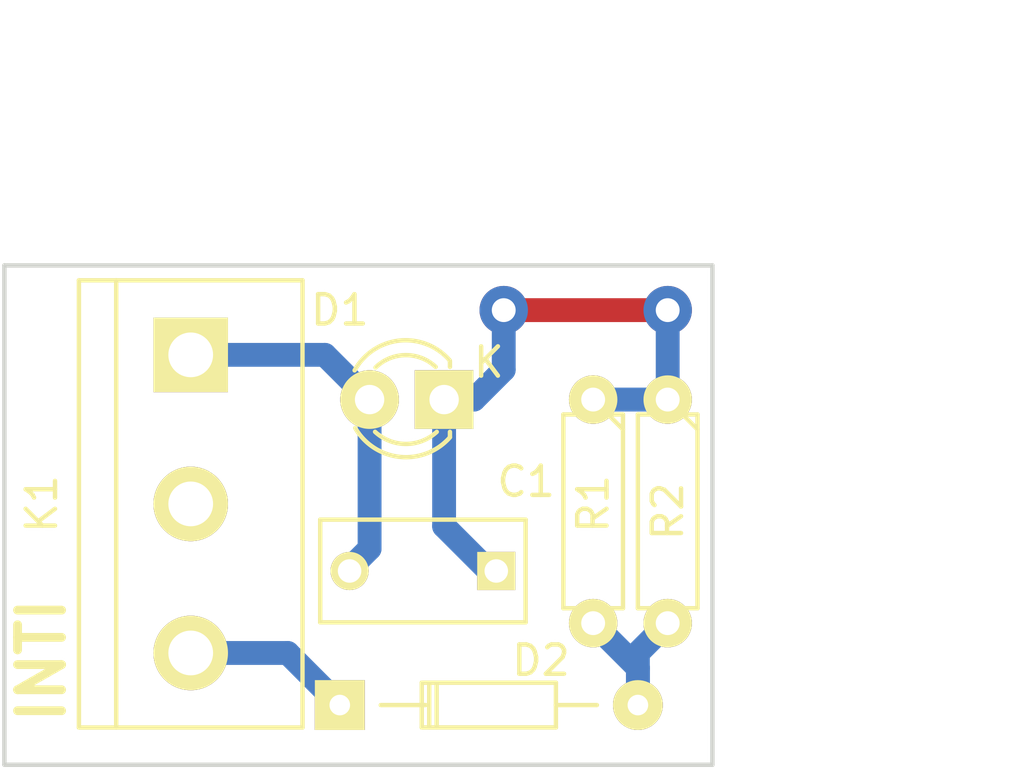
<source format=kicad_pcb>
(kicad_pcb (version 4) (host pcbnew 0.201511251016+6329~38~ubuntu14.04.1-stable)

  (general
    (links 8)
    (no_connects 0)
    (area 166.548999 89.332999 190.829001 106.501001)
    (thickness 1.6)
    (drawings 7)
    (tracks 25)
    (zones 0)
    (modules 6)
    (nets 6)
  )

  (page A4)
  (title_block
    (title "Ejercicio 1- Curso Kicad")
    (date 2015-11-30)
    (rev 1.0)
    (company "IUA-Santiago Nolasco")
  )

  (layers
    (0 F.Cu signal)
    (31 B.Cu signal)
    (32 B.Adhes user)
    (33 F.Adhes user)
    (34 B.Paste user)
    (35 F.Paste user)
    (36 B.SilkS user)
    (37 F.SilkS user)
    (38 B.Mask user)
    (39 F.Mask user)
    (40 Dwgs.User user)
    (41 Cmts.User user)
    (42 Eco1.User user)
    (43 Eco2.User user hide)
    (44 Edge.Cuts user)
    (45 Margin user)
    (46 B.CrtYd user)
    (47 F.CrtYd user)
    (48 B.Fab user)
    (49 F.Fab user)
  )

  (setup
    (last_trace_width 0.8128)
    (user_trace_width 0.8128)
    (trace_clearance 0.8128)
    (zone_clearance 0.508)
    (zone_45_only no)
    (trace_min 0.2)
    (segment_width 0.2)
    (edge_width 0.15)
    (via_size 0.6)
    (via_drill 0.4)
    (via_min_size 0.4)
    (via_min_drill 0.3)
    (user_via 1.651 0.8128)
    (uvia_size 0.3)
    (uvia_drill 0.1)
    (uvias_allowed no)
    (uvia_min_size 0)
    (uvia_min_drill 0)
    (pcb_text_width 0.3)
    (pcb_text_size 1.5 1.5)
    (mod_edge_width 0.15)
    (mod_text_size 1 1)
    (mod_text_width 0.15)
    (pad_size 1.524 1.524)
    (pad_drill 0.762)
    (pad_to_mask_clearance 0.2)
    (aux_axis_origin 0 0)
    (visible_elements FFFEFF7F)
    (pcbplotparams
      (layerselection 0x01130_80000001)
      (usegerberextensions false)
      (excludeedgelayer false)
      (linewidth 0.100000)
      (plotframeref false)
      (viasonmask false)
      (mode 1)
      (useauxorigin false)
      (hpglpennumber 1)
      (hpglpenspeed 20)
      (hpglpendiameter 15)
      (hpglpenoverlay 2)
      (psnegative false)
      (psa4output false)
      (plotreference true)
      (plotvalue false)
      (plotinvisibletext false)
      (padsonsilk false)
      (subtractmaskfromsilk false)
      (outputformat 1)
      (mirror false)
      (drillshape 0)
      (scaleselection 1)
      (outputdirectory GerberSN/))
  )

  (net 0 "")
  (net 1 "Net-(C1-Pad1)")
  (net 2 "Net-(C1-Pad2)")
  (net 3 "Net-(D2-Pad2)")
  (net 4 "Net-(D2-Pad1)")
  (net 5 "Net-(K1-Pad2)")

  (net_class Default "This is the default net class."
    (clearance 0.8128)
    (trace_width 0.25)
    (via_dia 0.6)
    (via_drill 0.4)
    (uvia_dia 0.3)
    (uvia_drill 0.1)
    (add_net "Net-(C1-Pad1)")
    (add_net "Net-(C1-Pad2)")
    (add_net "Net-(D2-Pad1)")
    (add_net "Net-(D2-Pad2)")
    (add_net "Net-(K1-Pad2)")
  )

  (module ej1:bornier3 (layer F.Cu) (tedit 565CA872) (tstamp 565C69EC)
    (at 172.974 97.536 270)
    (descr "Bornier d'alimentation 3 pins")
    (tags DEV)
    (path /565C5D79)
    (fp_text reference K1 (at 0 5.08 270) (layer F.SilkS)
      (effects (font (size 1 1) (thickness 0.15)))
    )
    (fp_text value CONN_3 (at 0.254 0 270) (layer F.Fab)
      (effects (font (size 1 1) (thickness 0.15)))
    )
    (fp_line (start -7.62 3.81) (end -7.62 -3.81) (layer F.SilkS) (width 0.15))
    (fp_line (start 7.62 3.81) (end 7.62 -3.81) (layer F.SilkS) (width 0.15))
    (fp_line (start -7.62 2.54) (end 7.62 2.54) (layer F.SilkS) (width 0.15))
    (fp_line (start -7.62 -3.81) (end 7.62 -3.81) (layer F.SilkS) (width 0.15))
    (fp_line (start -7.62 3.81) (end 7.62 3.81) (layer F.SilkS) (width 0.15))
    (pad 1 thru_hole rect (at -5.08 0 270) (size 2.54 2.54) (drill 1.524) (layers *.Cu *.Mask F.SilkS)
      (net 2 "Net-(C1-Pad2)"))
    (pad 2 thru_hole circle (at 0 0 270) (size 2.54 2.54) (drill 1.524) (layers *.Cu *.Mask F.SilkS)
      (net 5 "Net-(K1-Pad2)"))
    (pad 3 thru_hole circle (at 5.08 0 270) (size 2.54 2.54) (drill 1.524) (layers *.Cu *.Mask F.SilkS)
      (net 4 "Net-(D2-Pad1)"))
    (model ../../../../../home/santiago/KiCad.Projects/Nolasco_Santiago/ej1.3dshapes/bornier3.wrl
      (at (xyz 0 0 0))
      (scale (xyz 1 1 1))
      (rotate (xyz 0 0 0))
    )
  )

  (module ej1:C_Rect_L7_W3.5_P5 (layer F.Cu) (tedit 565CA5DD) (tstamp 565C69D9)
    (at 183.388 99.822 180)
    (descr "Film Capacitor Length 7mm x Width 3.5mm, Pitch 5mm")
    (tags Capacitor)
    (path /565C5CA3)
    (fp_text reference C1 (at -1.016 3.048 180) (layer F.SilkS)
      (effects (font (size 1 1) (thickness 0.15)))
    )
    (fp_text value 100nF (at 2.032 -0.254 180) (layer F.Fab)
      (effects (font (size 1 1) (thickness 0.15)))
    )
    (fp_line (start -1.25 -2) (end 6.25 -2) (layer F.CrtYd) (width 0.05))
    (fp_line (start 6.25 -2) (end 6.25 2) (layer F.CrtYd) (width 0.05))
    (fp_line (start 6.25 2) (end -1.25 2) (layer F.CrtYd) (width 0.05))
    (fp_line (start -1.25 2) (end -1.25 -2) (layer F.CrtYd) (width 0.05))
    (fp_line (start -1 -1.75) (end 6 -1.75) (layer F.SilkS) (width 0.15))
    (fp_line (start 6 -1.75) (end 6 1.75) (layer F.SilkS) (width 0.15))
    (fp_line (start 6 1.75) (end -1 1.75) (layer F.SilkS) (width 0.15))
    (fp_line (start -1 1.75) (end -1 -1.75) (layer F.SilkS) (width 0.15))
    (pad 1 thru_hole rect (at 0 0 180) (size 1.3 1.3) (drill 0.8) (layers *.Cu *.Mask F.SilkS)
      (net 1 "Net-(C1-Pad1)"))
    (pad 2 thru_hole circle (at 5 0 180) (size 1.3 1.3) (drill 0.8) (layers *.Cu *.Mask F.SilkS)
      (net 2 "Net-(C1-Pad2)"))
    (model ../../../../../home/santiago/KiCad.Projects/Nolasco_Santiago/ej1.3dshapes/cnp_6mm_disc.wrl
      (at (xyz 0.1 0 0))
      (scale (xyz 1 1 1))
      (rotate (xyz 0 0 0))
    )
  )

  (module ej1:LED-3MM (layer F.Cu) (tedit 565CA879) (tstamp 565C69DF)
    (at 181.61 93.98 180)
    (descr "LED 3mm round vertical")
    (tags "LED  3mm round vertical")
    (path /565C5F16)
    (fp_text reference D1 (at 3.556 3.048 180) (layer F.SilkS)
      (effects (font (size 1 1) (thickness 0.15)))
    )
    (fp_text value "LED ROJO" (at 1.27 0 180) (layer F.Fab)
      (effects (font (size 1 1) (thickness 0.15)))
    )
    (fp_line (start -1.2 2.3) (end 3.8 2.3) (layer F.CrtYd) (width 0.05))
    (fp_line (start 3.8 2.3) (end 3.8 -2.2) (layer F.CrtYd) (width 0.05))
    (fp_line (start 3.8 -2.2) (end -1.2 -2.2) (layer F.CrtYd) (width 0.05))
    (fp_line (start -1.2 -2.2) (end -1.2 2.3) (layer F.CrtYd) (width 0.05))
    (fp_line (start -0.199 1.314) (end -0.199 1.114) (layer F.SilkS) (width 0.15))
    (fp_line (start -0.199 -1.28) (end -0.199 -1.1) (layer F.SilkS) (width 0.15))
    (fp_arc (start 1.301 0.034) (end -0.199 -1.286) (angle 108.5) (layer F.SilkS) (width 0.15))
    (fp_arc (start 1.301 0.034) (end 0.25 -1.1) (angle 85.7) (layer F.SilkS) (width 0.15))
    (fp_arc (start 1.311 0.034) (end 3.051 0.994) (angle 110) (layer F.SilkS) (width 0.15))
    (fp_arc (start 1.301 0.034) (end 2.335 1.094) (angle 87.5) (layer F.SilkS) (width 0.15))
    (fp_text user K (at -1.524 1.27 180) (layer F.SilkS)
      (effects (font (size 1 1) (thickness 0.15)))
    )
    (pad 1 thru_hole rect (at 0 0 270) (size 2 2) (drill 1.00076) (layers *.Cu *.Mask F.SilkS)
      (net 1 "Net-(C1-Pad1)"))
    (pad 2 thru_hole circle (at 2.54 0 180) (size 2 2) (drill 1.00076) (layers *.Cu *.Mask F.SilkS)
      (net 2 "Net-(C1-Pad2)"))
    (model ../../../../../home/santiago/KiCad.Projects/Nolasco_Santiago/ej1.3dshapes/LED-3MM.wrl
      (at (xyz 0.05 0 0))
      (scale (xyz 1 1 1))
      (rotate (xyz 0 0 90))
    )
  )

  (module ej1:Diode_DO-35_SOD27_Horizontal_RM10 (layer F.Cu) (tedit 565CA86E) (tstamp 565C69E5)
    (at 178.054 104.394)
    (descr "Diode, DO-35,  SOD27, Horizontal, RM 10mm")
    (tags "Diode, DO-35, SOD27, Horizontal, RM 10mm, 1N4148,")
    (path /565C5C48)
    (fp_text reference D2 (at 6.858 -1.524) (layer F.SilkS)
      (effects (font (size 1 1) (thickness 0.15)))
    )
    (fp_text value 1N4148 (at 5.08 0) (layer F.Fab)
      (effects (font (size 1 1) (thickness 0.15)))
    )
    (fp_line (start 7.36652 -0.00254) (end 8.76352 -0.00254) (layer F.SilkS) (width 0.15))
    (fp_line (start 2.92152 -0.00254) (end 1.39752 -0.00254) (layer F.SilkS) (width 0.15))
    (fp_line (start 3.30252 -0.76454) (end 3.30252 0.75946) (layer F.SilkS) (width 0.15))
    (fp_line (start 3.04852 -0.76454) (end 3.04852 0.75946) (layer F.SilkS) (width 0.15))
    (fp_line (start 2.79452 -0.00254) (end 2.79452 0.75946) (layer F.SilkS) (width 0.15))
    (fp_line (start 2.79452 0.75946) (end 7.36652 0.75946) (layer F.SilkS) (width 0.15))
    (fp_line (start 7.36652 0.75946) (end 7.36652 -0.76454) (layer F.SilkS) (width 0.15))
    (fp_line (start 7.36652 -0.76454) (end 2.79452 -0.76454) (layer F.SilkS) (width 0.15))
    (fp_line (start 2.79452 -0.76454) (end 2.79452 -0.00254) (layer F.SilkS) (width 0.15))
    (pad 2 thru_hole circle (at 10.16052 -0.00254 180) (size 1.69926 1.69926) (drill 0.70104) (layers *.Cu *.Mask F.SilkS)
      (net 3 "Net-(D2-Pad2)"))
    (pad 1 thru_hole rect (at 0.00052 -0.00254 180) (size 1.69926 1.69926) (drill 0.70104) (layers *.Cu *.Mask F.SilkS)
      (net 4 "Net-(D2-Pad1)"))
    (model ../../../../../home/santiago/KiCad.Projects/Nolasco_Santiago/ej1.3dshapes/Diode_DO-35_SOD27_Horizontal_RM10.wrl
      (at (xyz 0.2 0 0))
      (scale (xyz 0.4 0.4 0.4))
      (rotate (xyz 0 0 180))
    )
  )

  (module ej1:R3-LARGE_PADS (layer F.Cu) (tedit 565CAB2F) (tstamp 565C69F2)
    (at 186.69 97.79 270)
    (descr "Resitance 3 pas")
    (tags R)
    (path /565C5CD2)
    (fp_text reference R1 (at -0.254 0 270) (layer F.SilkS)
      (effects (font (size 1 1) (thickness 0.15)))
    )
    (fp_text value 100K (at 0 0 270) (layer F.Fab)
      (effects (font (size 1 1) (thickness 0.15)))
    )
    (fp_line (start -3.81 0) (end -3.302 0) (layer F.SilkS) (width 0.15))
    (fp_line (start 3.81 0) (end 3.302 0) (layer F.SilkS) (width 0.15))
    (fp_line (start 3.302 0) (end 3.302 -1.016) (layer F.SilkS) (width 0.15))
    (fp_line (start 3.302 -1.016) (end -3.302 -1.016) (layer F.SilkS) (width 0.15))
    (fp_line (start -3.302 -1.016) (end -3.302 1.016) (layer F.SilkS) (width 0.15))
    (fp_line (start -3.302 1.016) (end 3.302 1.016) (layer F.SilkS) (width 0.15))
    (fp_line (start 3.302 1.016) (end 3.302 0) (layer F.SilkS) (width 0.15))
    (fp_line (start -3.302 -0.508) (end -2.794 -1.016) (layer F.SilkS) (width 0.15))
    (pad 1 thru_hole circle (at -3.81 0 270) (size 1.651 1.651) (drill 0.8128) (layers *.Cu *.Mask F.SilkS)
      (net 1 "Net-(C1-Pad1)"))
    (pad 2 thru_hole circle (at 3.81 0 270) (size 1.651 1.651) (drill 0.8128) (layers *.Cu *.Mask F.SilkS)
      (net 3 "Net-(D2-Pad2)"))
    (model /home/santiago/KiCad.Projects/Nolasco_Santiago/ej1.3dshapes/R3-LARGE_PADS.wrl
      (at (xyz 0 0 0))
      (scale (xyz 0.3 0.3 0.3))
      (rotate (xyz 0 0 0))
    )
    (model ../../../../../home/santiago/KiCad.Projects/Nolasco_Santiago/ej1.3dshapes/R3-LARGE_PADS.wrl
      (at (xyz 0 0 0))
      (scale (xyz 0.3 0.3 0.3))
      (rotate (xyz 0 0 0))
    )
  )

  (module ej1:R3-LARGE_PADS (layer F.Cu) (tedit 0) (tstamp 565CAA62)
    (at 189.23 97.79 270)
    (descr "Resitance 3 pas")
    (tags R)
    (path /565CA912)
    (fp_text reference R2 (at 0 0 270) (layer F.SilkS)
      (effects (font (size 1 1) (thickness 0.15)))
    )
    (fp_text value 100K (at 0 0 270) (layer F.Fab)
      (effects (font (size 1 1) (thickness 0.15)))
    )
    (fp_line (start -3.81 0) (end -3.302 0) (layer F.SilkS) (width 0.15))
    (fp_line (start 3.81 0) (end 3.302 0) (layer F.SilkS) (width 0.15))
    (fp_line (start 3.302 0) (end 3.302 -1.016) (layer F.SilkS) (width 0.15))
    (fp_line (start 3.302 -1.016) (end -3.302 -1.016) (layer F.SilkS) (width 0.15))
    (fp_line (start -3.302 -1.016) (end -3.302 1.016) (layer F.SilkS) (width 0.15))
    (fp_line (start -3.302 1.016) (end 3.302 1.016) (layer F.SilkS) (width 0.15))
    (fp_line (start 3.302 1.016) (end 3.302 0) (layer F.SilkS) (width 0.15))
    (fp_line (start -3.302 -0.508) (end -2.794 -1.016) (layer F.SilkS) (width 0.15))
    (pad 1 thru_hole circle (at -3.81 0 270) (size 1.651 1.651) (drill 0.8128) (layers *.Cu *.Mask F.SilkS)
      (net 1 "Net-(C1-Pad1)"))
    (pad 2 thru_hole circle (at 3.81 0 270) (size 1.651 1.651) (drill 0.8128) (layers *.Cu *.Mask F.SilkS)
      (net 3 "Net-(D2-Pad2)"))
    (model Discret.3dshapes/R3-LARGE_PADS.wrl
      (at (xyz 0 0 0))
      (scale (xyz 0.3 0.3 0.3))
      (rotate (xyz 0 0 0))
    )
  )

  (gr_text INTI (at 167.894 102.87 90) (layer F.SilkS)
    (effects (font (size 1.5 1.5) (thickness 0.3)))
  )
  (gr_line (start 166.624 106.426) (end 190.754 106.426) (angle 90) (layer Edge.Cuts) (width 0.15))
  (gr_line (start 166.624 89.408) (end 166.624 106.426) (angle 90) (layer Edge.Cuts) (width 0.15))
  (gr_line (start 190.754 89.408) (end 190.754 106.426) (angle 90) (layer Edge.Cuts) (width 0.15))
  (gr_line (start 166.624 89.408) (end 190.754 89.408) (angle 90) (layer Edge.Cuts) (width 0.15))
  (dimension 17.018 (width 0.3) (layer Dwgs.User)
    (gr_text "17,018 mm" (at 198.708 97.917 270) (layer Dwgs.User)
      (effects (font (size 1.5 1.5) (thickness 0.3)))
    )
    (feature1 (pts (xy 190.754 106.426) (xy 200.058 106.426)))
    (feature2 (pts (xy 190.754 89.408) (xy 200.058 89.408)))
    (crossbar (pts (xy 197.358 89.408) (xy 197.358 106.426)))
    (arrow1a (pts (xy 197.358 106.426) (xy 196.771579 105.299496)))
    (arrow1b (pts (xy 197.358 106.426) (xy 197.944421 105.299496)))
    (arrow2a (pts (xy 197.358 89.408) (xy 196.771579 90.534504)))
    (arrow2b (pts (xy 197.358 89.408) (xy 197.944421 90.534504)))
  )
  (dimension 24.13 (width 0.3) (layer Dwgs.User)
    (gr_text "24,130 mm" (at 178.689 82.216) (layer Dwgs.User)
      (effects (font (size 1.5 1.5) (thickness 0.3)))
    )
    (feature1 (pts (xy 190.754 89.408) (xy 190.754 80.866)))
    (feature2 (pts (xy 166.624 89.408) (xy 166.624 80.866)))
    (crossbar (pts (xy 166.624 83.566) (xy 190.754 83.566)))
    (arrow1a (pts (xy 190.754 83.566) (xy 189.627496 84.152421)))
    (arrow1b (pts (xy 190.754 83.566) (xy 189.627496 82.979579)))
    (arrow2a (pts (xy 166.624 83.566) (xy 167.750504 84.152421)))
    (arrow2b (pts (xy 166.624 83.566) (xy 167.750504 82.979579)))
  )

  (segment (start 186.69 93.98) (end 189.23 93.98) (width 0.8128) (layer B.Cu) (net 1))
  (segment (start 181.61 93.98) (end 182.626 93.98) (width 0.8128) (layer B.Cu) (net 1))
  (segment (start 189.23 90.932) (end 189.23 93.98) (width 0.8128) (layer B.Cu) (net 1) (tstamp 565CAB8F))
  (via (at 189.23 90.932) (size 1.651) (drill 0.8128) (layers F.Cu B.Cu) (net 1))
  (segment (start 183.642 90.932) (end 189.23 90.932) (width 0.8128) (layer F.Cu) (net 1) (tstamp 565CAB88))
  (via (at 183.642 90.932) (size 1.651) (drill 0.8128) (layers F.Cu B.Cu) (net 1))
  (segment (start 183.642 92.964) (end 183.642 90.932) (width 0.8128) (layer B.Cu) (net 1) (tstamp 565CAB82))
  (segment (start 182.626 93.98) (end 183.642 92.964) (width 0.8128) (layer B.Cu) (net 1) (tstamp 565CAB80))
  (segment (start 183.388 99.822) (end 183.134 99.822) (width 0.8128) (layer B.Cu) (net 1))
  (segment (start 183.134 99.822) (end 181.61 98.298) (width 0.8128) (layer B.Cu) (net 1) (tstamp 565C6E3F))
  (segment (start 181.61 98.298) (end 181.61 93.98) (width 0.8128) (layer B.Cu) (net 1) (tstamp 565C6E45))
  (segment (start 178.388 99.822) (end 178.388 99.742) (width 0.8128) (layer B.Cu) (net 2))
  (segment (start 178.388 99.742) (end 179.07 99.06) (width 0.8128) (layer B.Cu) (net 2) (tstamp 565CA511))
  (segment (start 179.07 99.06) (end 179.07 93.98) (width 0.8128) (layer B.Cu) (net 2) (tstamp 565CA519))
  (segment (start 172.974 92.456) (end 177.546 92.456) (width 0.8128) (layer B.Cu) (net 2))
  (segment (start 177.546 92.456) (end 179.07 93.98) (width 0.8128) (layer B.Cu) (net 2) (tstamp 565CA50C))
  (segment (start 188.21452 104.39146) (end 188.21452 103.12452) (width 0.8128) (layer B.Cu) (net 3))
  (segment (start 188.21452 103.12452) (end 186.69 101.6) (width 0.8128) (layer B.Cu) (net 3) (tstamp 565CAB53))
  (segment (start 188.21452 104.39146) (end 188.21452 102.61548) (width 0.8128) (layer B.Cu) (net 3))
  (segment (start 188.21452 102.61548) (end 189.23 101.6) (width 0.8128) (layer B.Cu) (net 3) (tstamp 565CAB50))
  (segment (start 186.69052 101.60052) (end 186.69 101.6) (width 0.8128) (layer B.Cu) (net 3) (tstamp 565C6DED) (status 30))
  (segment (start 172.974 102.616) (end 176.27906 102.616) (width 0.8128) (layer B.Cu) (net 4))
  (segment (start 176.27906 102.616) (end 178.05452 104.39146) (width 0.8128) (layer B.Cu) (net 4) (tstamp 565C7042))
  (segment (start 178.030979 104.415001) (end 178.05452 104.39146) (width 0.8128) (layer B.Cu) (net 4) (tstamp 565C6DE9))
  (segment (start 178.030979 104.415001) (end 178.05452 104.39146) (width 0.25) (layer F.Cu) (net 4) (tstamp 565C6BA8))

)

</source>
